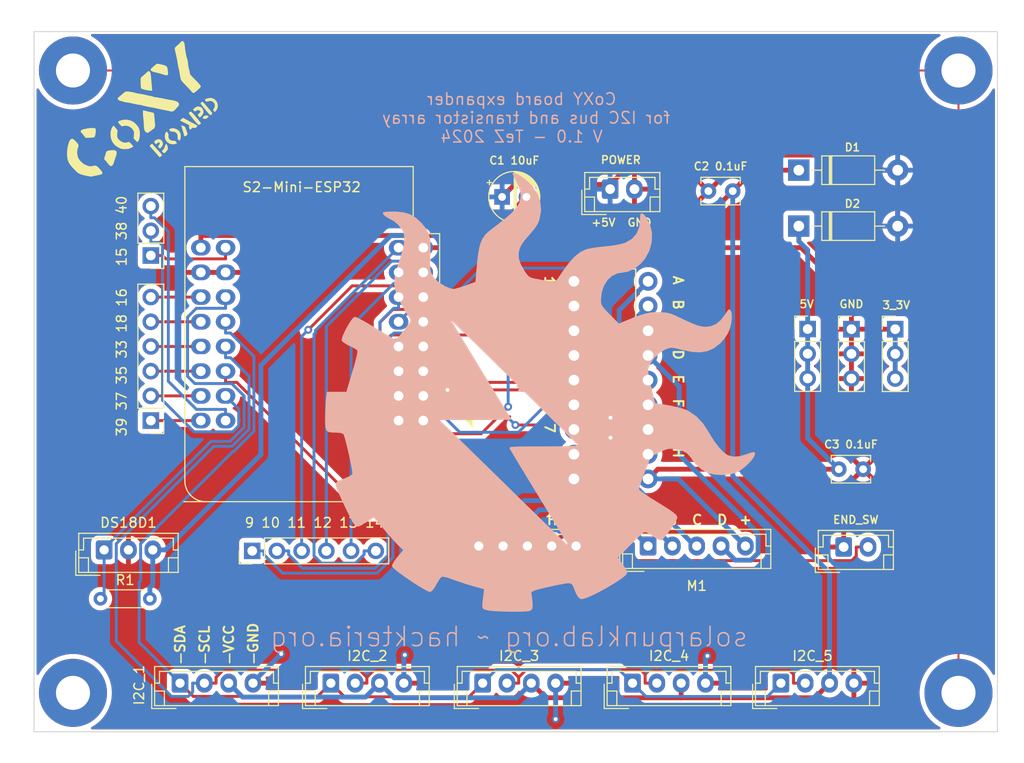
<source format=kicad_pcb>
(kicad_pcb (version 20221018) (generator pcbnew)
  (layers (0 "F.Cu" signal) (31 "B.Cu" signal) (34 "B.Paste" user) (35 "F.Paste" user) (36 "B.SilkS" user "B.Silkscreen") (37 "F.SilkS" user "F.Silkscreen") (38 "B.Mask" user) (39 "F.Mask" user) (44 "Edge.Cuts" user))
  (net 0 "")
  (net 1 "GND")
  (net 2 "VBUS1")
  (net 3 "+5V")
  (net 4 "VBUS2")
  (net 5 "ENDSW")
  (net 6 "SDA")
  (net 7 "SCL")
  (net 8 "DSPIN")
  (net 9 "VBUS3_3")
  (net 10 "IO39")
  (net 11 "IO37")
  (net 12 "IO35")
  (net 13 "IO33")
  (net 14 "IO18")
  (net 15 "IO16")
  (net 16 "IO9")
  (net 17 "IO10")
  (net 18 "IO11")
  (net 19 "IO12")
  (net 20 "IO13")
  (net 21 "IO14")
  (net 22 "IO15")
  (net 23 "IO38")
  (net 24 "IO40")
  (net 25 "ULNOUT1")
  (net 26 "ULNOUT2")
  (net 27 "ULNOUT3")
  (net 28 "ULNOUT4")
  (net 29 "ULNOUT5")
  (net 30 "ULNOUT6")
  (net 31 "ULNOUT7")
  (net 32 "ULNOUT8")
  (net 34 "IO3")
  (net 35 "IO5")
  (net 36 "IO7")
  (net 37 "IO1")
  (net 38 "IO2")
  (net 39 "IO4")
  (net 40 "IO6")
  (net 41 "IO8")
  (footprint "GRAPHIX:4pds" (layer "F.Cu") (at 104.3 60.8)
    (fp_text reference "4pad_1" hide)
    (fp_text value "LOGO" hide)
  )
  (footprint "Connector_PinHeader_2.54mm:PinHeader_1x03_P2.54mm_Vertical" (layer "F.Cu") (at 179.5 58.585)
    (fp_text reference "5V")
    (fp_text value "Conn_01x03_Socket")
  )
  (footprint "GRAPHIX:CoXY_board" (layer "F.Cu") (at 112.7 36.1)
    (fp_text reference "G***" hide)
    (fp_text value "LOGO" hide)
  )
  (footprint "Connector_PinHeader_2.54mm:PinHeader_1x03_P2.54mm_Vertical" (layer "F.Cu") (at 112 51.025 180)
    (fp_text reference "15 38 40")
    (fp_text value "Conn_01x03_Socket")
  )
  (footprint "Connector_JST:JST_EH_B4B-EH-A_1x04_P2.50mm_Vertical" (layer "F.Cu") (at 115 95)
    (fp_text reference "I2C_1")
    (fp_text value "Conn_01x04_Socket")
  )
  (footprint "GRAPHIX:hackteria-logo-mask" (layer "F.Cu") (at 160.703149 34.623976)
    (fp_text reference "HACKTERIA" hide)
    (fp_text value "LOGO" hide)
  )
  (footprint "GRAPHIX:ground-logo-mask" (layer "F.Cu") (at 183.1 85.4)
    (fp_text reference "Gnd4" hide)
    (fp_text value "LOGO" hide)
  )
  (footprint "GRAPHIX:spl-logo-mask" (layer "F.Cu") (at 137.7 34.8)
    (fp_text reference "SPL" hide)
    (fp_text value "LOGO" hide)
  )
  (footprint "GRAPHIX:4pds" (layer "F.Cu") (at 128.221127 85.478874 90)
    (fp_text reference "4pad_3" hide)
    (fp_text value "LOGO" hide)
  )
  (footprint "ULN2803A:ULN2803A" (layer "F.Cu") (at 159.29 62.57)
    (fp_text reference "U1")
    (fp_text value "ULN2803A")
  )
  (footprint "MountingHole:MountingHole_3.5mm_Pad" (layer "F.Cu") (at 195 32)
    (fp_text reference "H2" hide)
    (fp_text value "MountingHole")
  )
  (footprint "Connector_JST:JST_EH_B4B-EH-A_1x04_P2.50mm_Vertical" (layer "F.Cu") (at 176.75 95)
    (fp_text reference "I2C_5")
    (fp_text value "Conn_01x04_Socket")
  )
  (footprint "Capacitor_THT:CP_Radial_D5.0mm_P2.50mm" (layer "F.Cu") (at 148.1 45)
    (fp_text reference "C1 10uF")
    (fp_text value "C 10uF")
  )
  (footprint "Connector_PinHeader_2.54mm:PinHeader_1x03_P2.54mm_Vertical" (layer "F.Cu") (at 184 58.6)
    (fp_text reference "GND")
    (fp_text value "Conn_01x03_Socket")
  )
  (footprint "MountingHole:MountingHole_3.5mm_Pad" (layer "F.Cu") (at 104 96)
    (fp_text reference "H3" hide)
    (fp_text value "MountingHole")
  )
  (footprint "Capacitor_THT:C_Disc_D3.8mm_W2.6mm_P2.50mm" (layer "F.Cu") (at 169.3 44.4)
    (fp_text reference "C2 0.1uF")
    (fp_text value "C 01uF")
  )
  (footprint "MountingHole:MountingHole_3.5mm_Pad" (layer "F.Cu") (at 104 32)
    (fp_text reference "H1" hide)
    (fp_text value "MountingHole")
  )
  (footprint "Connector_JST:JST_EH_B4B-EH-A_1x04_P2.50mm_Vertical" (layer "F.Cu") (at 130.5 95)
    (fp_text reference "I2C_2")
    (fp_text value "Conn_01x04_Socket")
  )
  (footprint "Capacitor_THT:C_Disc_D3.8mm_W2.6mm_P2.50mm" (layer "F.Cu") (at 182.7 73)
    (fp_text reference "C3 0.1uF")
    (fp_text value "C 0.1uF")
  )
  (footprint "Connector_JST:JST_EH_B4B-EH-A_1x04_P2.50mm_Vertical" (layer "F.Cu") (at 161.5 95)
    (fp_text reference "I2C_4")
    (fp_text value "Conn_01x04_Socket")
  )
  (footprint "GRAPHIX:ground-logo-mask" (layer "F.Cu") (at 196.378874 60.728874 90)
    (fp_text reference "Gn2" hide)
    (fp_text value "LOGO" hide)
  )
  (footprint "Connector_JST:JST_EH_B5B-EH-A_1x05_P2.50mm_Vertical" (layer "F.Cu") (at 145.7 80.9)
    (fp_text reference "M2")
    (fp_text value "Conn_01x05_Socket")
  )
  (footprint "Diode_THT:D_DO-41_SOD81_P10.16mm_Horizontal" (layer "F.Cu") (at 178.59 48)
    (fp_text reference "D2")
    (fp_text value "1N4001")
  )
  (footprint "GRAPHIX:4pds" (layer "F.Cu") (at 194.878874 60.978874 180)
    (fp_text reference "4pad_2" hide)
    (fp_text value "LOGO" hide)
  )
  (footprint "Connector_JST:JST_EH_B5B-EH-A_1x05_P2.50mm_Vertical" (layer "F.Cu") (at 163.1 80.9)
    (fp_text reference "M1")
    (fp_text value "Conn_01x05_Socket")
  )
  (footprint "GRAPHIX:ground-logo-mask" (layer "F.Cu") (at 102.8 61.05 -90)
    (fp_text reference "Gn1" hide)
    (fp_text value "LOGO" hide)
  )
  (footprint "Connector_PinHeader_2.54mm:PinHeader_1x03_P2.54mm_Vertical" (layer "F.Cu") (at 188.5 58.6)
    (fp_text reference "3_3V")
    (fp_text value "Conn_01x03_Socket")
  )
  (footprint "Connector_PinHeader_2.54mm:PinHeader_1x06_P2.54mm_Vertical" (layer "F.Cu") (at 122.42 81.4 90)
    (fp_text reference "9 10 11 12 13 14")
    (fp_text value "Conn_01x06_Socket")
  )
  (footprint "GRAPHIX:osh-logo-mask" (layer "F.Cu") (at 149.203149 34.873976)
    (fp_text reference "OSH" hide)
    (fp_text value "LOGO" hide)
  )
  (footprint "Connector_PinHeader_2.54mm:PinHeader_1x06_P2.54mm_Vertical" (layer "F.Cu") (at 112 68 180)
    (fp_text reference "39 37 35 33 18 16")
    (fp_text value "Conn_01x06_Socket")
  )
  (footprint "MountingHole:MountingHole_3.5mm_Pad" (layer "F.Cu") (at 195 96)
    (fp_text reference "H4" hide)
    (fp_text value "MountingHole")
  )
  (footprint "Connector_JST:JST_EH_B2B-EH-A_1x02_P2.50mm_Vertical" (layer "F.Cu") (at 183.2 81)
    (fp_text reference "END_SW")
    (fp_text value "Conn_01x02_Socket")
  )
  (footprint "GRAPHIX:ground-logo-mask" (layer "F.Cu") (at 128.4 87.2)
    (fp_text reference "Gn3" hide)
    (fp_text value "LOGO" hide)
  )
  (footprint "Connector_JST:JST_EH_B3B-EH-A_1x03_P2.50mm_Vertical" (layer "F.Cu") (at 107.2 81.3)
    (fp_text reference "DS18D1")
    (fp_text value "Conn_01x03_Socket")
  )
  (footprint "Diode_THT:D_DO-41_SOD81_P10.16mm_Horizontal" (layer "F.Cu") (at 178.59 42.25)
    (fp_text reference "D1")
    (fp_text value "1N4001")
  )
  (footprint "Resistor_THT:R_Axial_DIN0204_L3.6mm_D1.6mm_P5.08mm_Horizontal" (layer "F.Cu") (at 106.82 86.32)
    (fp_text reference "R1")
    (fp_text value "4.7K")
  )
  (footprint "Connector_JST:JST_EH_B4B-EH-A_1x04_P2.50mm_Vertical" (layer "F.Cu") (at 146.1 95)
    (fp_text reference "I2C_3")
    (fp_text value "Conn_01x04_Socket")
  )
  (footprint "Connector_JST:JST_EH_B2B-EH-A_1x02_P2.50mm_Vertical" (layer "F.Cu") (at 159.2 44.2)
    (fp_text reference "POWER")
    (fp_text value "Conn_01x02_Socket")
  )
  (footprint "ESP32-LIBRARY:LOLIN Wemos S2 Mini" (layer "F.Cu") (at 140 68 180)
    (fp_text reference "S2-Mini-ESP32")
    (fp_text value "~")
  )
  (footprint "GRAPHIX:4pds" (layer "B.Cu") (at 150.1 31.1 90)
    (fp_text reference "4pad_2" hide)
    (fp_text value "LOGO" hide)
  )
  (footprint "GRAPHIX:SPL-Silk-45mm" (layer "B.Cu") (at 152 65.1 180)
    (fp_text reference "G***")
    (fp_text value "LOGO" hide)
  )
  (gr_line (start 115.1 92) (end 115.1 92.9) (stroke (width 0.15)) (layer "F.SilkS"))
  (gr_line (start 120.1 92) (end 120.1 92.9) (stroke (width 0.15)) (layer "F.SilkS"))
  (gr_line (start 122.6 92) (end 122.6 92.9) (stroke (width 0.15)) (layer "F.SilkS"))
  (gr_line (start 117.6 92) (end 117.6 92.9) (stroke (width 0.15)) (layer "F.SilkS"))
  (gr_rect (start 100 28) (end 199 100) (stroke (width 0.1)) (fill none) (layer "Edge.Cuts"))
  (gr_text "solarpunklab.org ~ hackteria.org" (at 148.8 91.4) (layer "B.SilkS") (effects (font (size 2 2)) (justify bottom mirror)))
  (gr_text "CoXY board expander\nfor I2C bus and transistor array \nV 1.0 - TeZ 2024" (at 150.1 39.5) (layer "B.SilkS") (effects (font (size 1.2 1.2)) (justify bottom mirror)))
  (gr_text "SCL" (at 118.1 92 90) (layer "F.SilkS") (effects (font (size 1 1) (thickness 0.2) bold) (justify left bottom)))
  (gr_text "E  F  G  H" (at 145.1 78.8) (layer "F.SilkS") (effects (font (size 1 1.02) (thickness 0.2) bold) (justify left bottom)))
  (gr_text "GND" (at 160.9 48.1) (layer "F.SilkS") (effects (font (size 0.8 0.8)) (justify left bottom)))
  (gr_text "VCC" (at 120.6 92 90) (layer "F.SilkS") (effects (font (size 1 1) (thickness 0.2) bold) (justify left bottom)))
  (gr_text "SDA" (at 115.6 92 90) (layer "F.SilkS") (effects (font (size 1 1) (thickness 0.2) bold) (justify left bottom)))
  (gr_text "1  2  3  4  5  6  7  8" (at 152.4 53 270) (layer "F.SilkS") (effects (font (size 1 1.02) (thickness 0.2) bold) (justify left bottom)))
  (gr_text "A  B  C  D " (at 162.5 78.8) (layer "F.SilkS") (effects (font (size 1 1.02) (thickness 0.2) bold) (justify left bottom)))
  (gr_text "+5V" (at 157.2 48.1) (layer "F.SilkS") (effects (font (size 0.8 0.8)) (justify left bottom)))
  (gr_text "+" (at 155.15 77.6 270) (layer "F.SilkS") (effects (font (size 1 1) (thickness 0.2) bold) (justify left bottom)))
  (gr_text "GND\n" (at 123.1 92 90) (layer "F.SilkS") (effects (font (size 1 1) (thickness 0.2) bold) (justify left bottom)))
  (gr_text "A  B  C  D  E  F  G  H" (at 165.6 53 270) (layer "F.SilkS") (effects (font (size 1 1.02) (thickness 0.2) bold) (justify left bottom)))
  (gr_text "+" (at 172.6 77.5 270) (layer "F.SilkS") (effects (font (size 1 1) (thickness 0.2) bold) (justify left bottom)))
  (dimension (type aligned) (layer "F.Cu") (pts (xy 104 32) (xy 195 32)) (height 0) (gr_text "91.0000 mm" (at 149.5 30.2) (layer "F.Cu") (effects (font (size 1.5 1.5) (thickness 0.3)))) (format (prefix "") (suffix "") (units 3) (units_format 1) (precision 4)) (style (thickness 0.2) (arrow_length 1.27) (text_position_mode 0) (extension_height 0.58642) (extension_offset 0.5) keep_text_aligned))
  (dimension (type aligned) (layer "F.Cu") (pts (xy 195 32) (xy 195 96)) (height 0) (gr_text "64.0000 mm" (at 193.2 64 90) (layer "F.Cu") (effects (font (size 1.5 1.5) (thickness 0.3)))) (format (prefix "") (suffix "") (units 3) (units_format 1) (precision 4)) (style (thickness 0.2) (arrow_length 1.27) (text_position_mode 0) (extension_height 0.58642) (extension_offset 0.5) keep_text_aligned))
  (via (at 169.2 92.2) (size 0.8) (drill 0.4) (layers "F.Cu" "B.Cu") (net 1))
  (via (at 125.4 92) (size 0.8) (drill 0.4) (layers "F.Cu" "B.Cu") (net 1))
  (via (at 153.6 98.7) (size 0.8) (drill 0.4) (layers "F.Cu" "B.Cu") (net 1))
  (via (at 138.1 92.1) (size 0.8) (drill 0.4) (layers "F.Cu" "B.Cu") (net 1))
  (segment (start 169 92.4) (end 169.2 92.2) (width 0.5) (layer "B.Cu") (net 1))
  (segment (start 138 95) (end 138 92.2) (width 0.5) (layer "B.Cu") (net 1))
  (segment (start 169 95) (end 169 92.4) (width 0.5) (layer "B.Cu") (net 1))
  (segment (start 122.5 95) (end 122.5 94.9) (width 0.5) (layer "B.Cu") (net 1))
  (segment (start 122.5 94.9) (end 125.4 92) (width 0.5) (layer "B.Cu") (net 1))
  (segment (start 153.6 95) (end 153.6 98.7) (width 0.5) (layer "B.Cu") (net 1))
  (segment (start 138 92.2) (end 138.1 92.1) (width 0.5) (layer "B.Cu") (net 1))
  (segment (start 117.14 50.22) (end 117.14 48.9681) (width 0.5) (layer "F.Cu") (net 2))
  (segment (start 180.2454 96.5046) (end 181.75 95) (width 0.5) (layer "F.Cu") (net 2))
  (segment (start 166.5 96.5046) (end 166.5 95) (width 0.5) (layer "F.Cu") (net 2))
  (segment (start 178.59 42.25) (end 173.95 42.25) (width 0.5) (layer "F.Cu") (net 2))
  (segment (start 167.2319 48.9681) (end 171.8 44.4) (width 0.5) (layer "F.Cu") (net 2))
  (segment (start 152.6046 96.5046) (end 166.5 96.5046) (width 0.5) (layer "F.Cu") (net 2))
  (segment (start 166.5 96.5046) (end 180.2454 96.5046) (width 0.5) (layer "F.Cu") (net 2))
  (segment (start 151.1 95) (end 152.6046 96.5046) (width 0.5) (layer "F.Cu") (net 2))
  (segment (start 173.95 42.25) (end 171.8 44.4) (width 0.5) (layer "F.Cu") (net 2))
  (segment (start 117.14 48.9681) (end 167.2319 48.9681) (width 0.5) (layer "F.Cu") (net 2))
  (segment (start 181.75 83.6509) (end 181.75 95) (width 0.5) (layer "B.Cu") (net 2))
  (segment (start 171.8 44.4) (end 171.8 73.7009) (width 0.5) (layer "B.Cu") (net 2))
  (segment (start 121.4341 96.4341) (end 120 95) (width 0.5) (layer "B.Cu") (net 2))
  (segment (start 171.8 73.7009) (end 181.75 83.6509) (width 0.5) (layer "B.Cu") (net 2))
  (segment (start 137.0046 96.5046) (end 135.5 95) (width 0.5) (layer "B.Cu") (net 2))
  (segment (start 151.1 95) (end 149.5954 96.5046) (width 0.5) (layer "B.Cu") (net 2))
  (segment (start 149.5954 96.5046) (end 137.0046 96.5046) (width 0.5) (layer "B.Cu") (net 2))
  (segment (start 134.0659 96.4341) (end 121.4341 96.4341) (width 0.5) (layer "B.Cu") (net 2))
  (segment (start 135.5 95) (end 134.0659 96.4341) (width 0.5) (layer "B.Cu") (net 2))
  (segment (start 149.3844 43.7156) (end 148.1 45) (width 0.5) (layer "F.Cu") (net 3))
  (segment (start 159.2 43.7156) (end 149.3844 43.7156) (width 0.5) (layer "F.Cu") (net 3))
  (segment (start 162.2175 40.6981) (end 185.6462 40.6981) (width 0.5) (layer "F.Cu") (net 3))
  (segment (start 188.75 42.25) (end 187.1981 42.25) (width 0.5) (layer "F.Cu") (net 3))
  (segment (start 185.6462 40.6981) (end 187.1981 42.25) (width 0.5) (layer "F.Cu") (net 3))
  (segment (start 159.2 44.2) (end 159.2 43.7156) (width 0.5) (layer "F.Cu") (net 3))
  (segment (start 159.2 43.7156) (end 162.2175 40.6981) (width 0.5) (layer "F.Cu") (net 3))
  (segment (start 188.75 48) (end 188.75 42.25) (width 0.5) (layer "B.Cu") (net 3))
  (segment (start 182.7 73) (end 164.1 73) (width 0.5) (layer "F.Cu") (net 4))
  (segment (start 171.6721 79.4721) (end 173.1 80.9) (width 0.5) (layer "F.Cu") (net 4))
  (segment (start 158.4298 79.4721) (end 171.6721 79.4721) (width 0.5) (layer "F.Cu") (net 4))
  (segment (start 155.7 80.9) (end 157.0019 80.9) (width 0.5) (layer "F.Cu") (net 4))
  (segment (start 157.0019 80.9) (end 158.4298 79.4721) (width 0.5) (layer "F.Cu") (net 4))
  (segment (start 164.1 73) (end 163.1 74) (width 0.5) (layer "F.Cu") (net 4))
  (segment (start 182.7 73) (end 179.5 69.8) (width 0.5) (layer "B.Cu") (net 4))
  (segment (start 179.5 63.665) (end 179.5 61.125) (width 0.5) (layer "B.Cu") (net 4))
  (segment (start 173.1 80.9) (end 166.2 74) (width 0.5) (layer "B.Cu") (net 4))
  (segment (start 179.5 61.125) (end 179.5 58.585) (width 0.5) (layer "B.Cu") (net 4))
  (segment (start 179.5 50.4619) (end 179.5 58.585) (width 0.5) (layer "B.Cu") (net 4))
  (segment (start 178.59 48) (end 178.59 49.5519) (width 0.5) (layer "B.Cu") (net 4))
  (segment (start 178.59 49.5519) (end 179.5 50.4619) (width 0.5) (layer "B.Cu") (net 4))
  (segment (start 179.5 69.8) (end 179.5 63.665) (width 0.5) (layer "B.Cu") (net 4))
  (segment (start 166.2 74) (end 163.1 74) (width 0.5) (layer "B.Cu") (net 4))
  (segment (start 119.68 64.0719) (end 120.8319 64.0719) (width 0.3) (layer "F.Cu") (net 5))
  (segment (start 134.4981 77.7381) (end 146.8928 77.7381) (width 0.3) (layer "F.Cu") (net 5))
  (segment (start 185.7 81) (end 184.4981 81) (width 0.3) (layer "F.Cu") (net 5))
  (segment (start 149.45 80.2953) (end 149.45 81.5022) (width 0.3) (layer "F.Cu") (net 5))
  (segment (start 184.0233 82.3998) (end 184.4981 81.925) (width 0.3) (layer "F.Cu") (net 5))
  (segment (start 150.3476 82.3998) (end 184.0233 82.3998) (width 0.3) (layer "F.Cu") (net 5))
  (segment (start 119.68 62.92) (end 119.68 64.0719) (width 0.3) (layer "F.Cu") (net 5))
  (segment (start 149.45 81.5022) (end 150.3476 82.3998) (width 0.3) (layer "F.Cu") (net 5))
  (segment (start 120.8319 64.0719) (end 134.4981 77.7381) (width 0.3) (layer "F.Cu") (net 5))
  (segment (start 146.8928 77.7381) (end 149.45 80.2953) (width 0.3) (layer "F.Cu") (net 5))
  (segment (start 184.4981 81.925) (end 184.4981 81) (width 0.3) (layer "F.Cu") (net 5))
  (segment (start 130.5 95) (end 129.1357 96.3643) (width 0.3) (layer "F.Cu") (net 6))
  (segment (start 116.3643 96.3643) (end 115 95) (width 0.3) (layer "F.Cu") (net 6))
  (segment (start 146.1 95) (end 144.696 96.404) (width 0.3) (layer "F.Cu") (net 6))
  (segment (start 131.904 96.404) (end 130.5 95) (width 0.3) (layer "F.Cu") (net 6))
  (segment (start 129.1357 96.3643) (end 116.3643 96.3643) (width 0.3) (layer "F.Cu") (net 6))
  (segment (start 144.696 96.404) (end 131.904 96.404) (width 0.3) (layer "F.Cu") (net 6))
  (segment (start 120.4672 71.1463) (end 120.5559 71.1463) (width 0.3) (layer "B.Cu") (net 6))
  (segment (start 175.3779 96.3721) (end 162.8721 96.3721) (width 0.3) (layer "B.Cu") (net 6))
  (segment (start 120.5559 71.1463) (end 122.5921 69.1101) (width 0.3) (layer "B.Cu") (net 6))
  (segment (start 160.1102 93.6102) (end 147.4898 93.6102) (width 0.3) (layer "B.Cu") (net 6))
  (segment (start 115 95) (end 110.801 90.801) (width 0.3) (layer "B.Cu") (net 6))
  (segment (start 162.8721 96.3721) (end 161.5 95) (width 0.3) (layer "B.Cu") (net 6))
  (segment (start 110.95 80.6635) (end 120.4672 71.1463) (width 0.3) (layer "B.Cu") (net 6))
  (segment (start 110.801 84.6213) (end 110.95 84.4723) (width 0.3) (layer "B.Cu") (net 6))
  (segment (start 110.95 84.4723) (end 110.95 80.6635) (width 0.3) (layer "B.Cu") (net 6))
  (segment (start 176.75 95) (end 175.3779 96.3721) (width 0.3) (layer "B.Cu") (net 6))
  (segment (start 147.4898 93.6102) (end 146.1 95) (width 0.3) (layer "B.Cu") (net 6))
  (segment (start 161.5 95) (end 160.1102 93.6102) (width 0.3) (layer "B.Cu") (net 6))
  (segment (start 120.184 58.9919) (end 119.68 58.9919) (width 0.3) (layer "B.Cu") (net 6))
  (segment (start 122.5921 69.1101) (end 122.5921 61.4) (width 0.3) (layer "B.Cu") (net 6))
  (segment (start 110.801 90.801) (end 110.801 84.6213) (width 0.3) (layer "B.Cu") (net 6))
  (segment (start 122.5921 61.4) (end 120.184 58.9919) (width 0.3) (layer "B.Cu") (net 6))
  (segment (start 119.68 57.84) (end 119.68 58.9919) (width 0.3) (layer "B.Cu") (net 6))
  (segment (start 164 95) (end 162.7981 95) (width 0.3) (layer "F.Cu") (net 7))
  (segment (start 149.8019 95) (end 149.8019 94.399) (width 0.3) (layer "F.Cu") (net 7))
  (segment (start 133 95) (end 134.2019 95) (width 0.3) (layer "F.Cu") (net 7))
  (segment (start 119.4394 93.6615) (end 133.4644 93.6615) (width 0.3) (layer "F.Cu") (net 7))
  (segment (start 177.6216 93.6721) (end 163.2135 93.6721) (width 0.3) (layer "F.Cu") (net 7))
  (segment (start 178.0481 95) (end 178.0481 94.0986) (width 0.3) (layer "F.Cu") (net 7))
  (segment (start 150.5837 93.6172) (end 162.3278 93.6172) (width 0.3) (layer "F.Cu") (net 7))
  (segment (start 163.2135 93.6721) (end 162.7981 94.0875) (width 0.3) (layer "F.Cu") (net 7))
  (segment (start 149.0644 93.6615) (end 149.8019 94.399) (width 0.3) (layer "F.Cu") (net 7))
  (segment (start 117.5 95) (end 118.7019 95) (width 0.3) (layer "F.Cu") (net 7))
  (segment (start 134.2019 95) (end 134.2019 94.399) (width 0.3) (layer "F.Cu") (net 7))
  (segment (start 149.8019 94.399) (end 150.5837 93.6172) (width 0.3) (layer "F.Cu") (net 7))
  (segment (start 134.2019 94.399) (end 134.9394 93.6615) (width 0.3) (layer "F.Cu") (net 7))
  (segment (start 178.0481 94.0986) (end 177.6216 93.6721) (width 0.3) (layer "F.Cu") (net 7))
  (segment (start 179.25 95) (end 178.0481 95) (width 0.3) (layer "F.Cu") (net 7))
  (segment (start 133.4644 93.6615) (end 134.2019 94.399) (width 0.3) (layer "F.Cu") (net 7))
  (segment (start 118.7019 94.399) (end 119.4394 93.6615) (width 0.3) (layer "F.Cu") (net 7))
  (segment (start 134.9394 93.6615) (end 149.0644 93.6615) (width 0.3) (layer "F.Cu") (net 7))
  (segment (start 162.7981 94.0875) (end 162.7981 95) (width 0.3) (layer "F.Cu") (net 7))
  (segment (start 148.6 95) (end 149.8019 95) (width 0.3) (layer "F.Cu") (net 7))
  (segment (start 118.7019 95) (end 118.7019 94.399) (width 0.3) (layer "F.Cu") (net 7))
  (segment (start 162.3278 93.6172) (end 162.7981 94.0875) (width 0.3) (layer "F.Cu") (net 7))
  (segment (start 117.5 95) (end 116.2981 95) (width 0.3) (layer "B.Cu") (net 7))
  (segment (start 122.0902 68.9023) (end 122.0902 63.4381) (width 0.3) (layer "B.Cu") (net 7))
  (segment (start 119.68 60.38) (end 119.68 61.5319) (width 0.3) (layer "B.Cu") (net 7))
  (segment (start 118.4734 70.6444) (end 120.3481 70.6444) (width 0.3) (layer "B.Cu") (net 7))
  (segment (start 116.2981 95) (end 116.2981 95.9125) (width 0.3) (layer "B.Cu") (net 7))
  (segment (start 122.0902 63.4381) (end 120.184 61.5319) (width 0.3) (layer "B.Cu") (net 7))
  (segment (start 108.4505 80.6673) (end 118.4734 70.6444) (width 0.3) (layer "B.Cu") (net 7))
  (segment (start 115.8446 96.366) (end 114.1391 96.366) (width 0.3) (layer "B.Cu") (net 7))
  (segment (start 120.3481 70.6444) (end 122.0902 68.9023) (width 0.3) (layer "B.Cu") (net 7))
  (segment (start 120.184 61.5319) (end 119.68 61.5319) (width 0.3) (layer "B.Cu") (net 7))
  (segment (start 116.2981 95.9125) (end 115.8446 96.366) (width 0.3) (layer "B.Cu") (net 7))
  (segment (start 108.4505 90.6774) (end 108.4505 80.6673) (width 0.3) (layer "B.Cu") (net 7))
  (segment (start 114.1391 96.366) (end 108.4505 90.6774) (width 0.3) (layer "B.Cu") (net 7))
  (segment (start 121.5883 68.6945) (end 121.5883 65.4703) (width 0.3) (layer "B.Cu") (net 8))
  (segment (start 107.2 81.3) (end 107.2 81.1357) (width 0.3) (layer "B.Cu") (net 8))
  (segment (start 107.2 81.1357) (end 118.1932 70.1425) (width 0.3) (layer "B.Cu") (net 8))
  (segment (start 121.5883 65.4703) (end 120.308 64.19) (width 0.3) (layer "B.Cu") (net 8))
  (segment (start 116.6786 56.4519) (end 119.68 56.4519) (width 0.3) (layer "B.Cu") (net 8))
  (segment (start 115.7754 57.3551) (end 116.6786 56.4519) (width 0.3) (layer "B.Cu") (net 8))
  (segment (start 115.7754 63.4477) (end 115.7754 57.3551) (width 0.3) (layer "B.Cu") (net 8))
  (segment (start 120.1403 70.1425) (end 121.5883 68.6945) (width 0.3) (layer "B.Cu") (net 8))
  (segment (start 106.82 86.32) (end 107.2 85.94) (width 0.3) (layer "B.Cu") (net 8))
  (segment (start 120.308 64.19) (end 116.5177 64.19) (width 0.3) (layer "B.Cu") (net 8))
  (segment (start 118.1932 70.1425) (end 120.1403 70.1425) (width 0.3) (layer "B.Cu") (net 8))
  (segment (start 116.5177 64.19) (end 115.7754 63.4477) (width 0.3) (layer "B.Cu") (net 8))
  (segment (start 107.2 85.94) (end 107.2 81.3) (width 0.3) (layer "B.Cu") (net 8))
  (segment (start 119.68 55.3) (end 119.68 56.4519) (width 0.3) (layer "B.Cu") (net 8))
  (segment (start 178.8181 50.22) (end 140 50.22) (width 0.5) (layer "F.Cu") (net 9))
  (segment (start 187.1981 58.6) (end 178.8181 50.22) (width 0.5) (layer "F.Cu") (net 9))
  (segment (start 188.5 58.6) (end 187.1981 58.6) (width 0.5) (layer "F.Cu") (net 9))
  (segment (start 123.3134 71.4885) (end 113.5019 81.3) (width 0.5) (layer "B.Cu") (net 9))
  (segment (start 140 48.9681) (end 136.6667 48.9681) (width 0.5) (layer "B.Cu") (net 9))
  (segment (start 112.2 84.8681) (end 112.2 81.3) (width 0.5) (layer "B.Cu") (net 9))
  (segment (start 111.9 85.1681) (end 112.2 84.8681) (width 0.5) (layer "B.Cu") (net 9))
  (segment (start 136.6667 48.9681) (end 123.3134 62.3214) (width 0.5) (layer "B.Cu") (net 9))
  (segment (start 188.5 61.14) (end 188.5 58.6) (width 0.5) (layer "B.Cu") (net 9))
  (segment (start 140 50.22) (end 140 48.9681) (width 0.5) (layer "B.Cu") (net 9))
  (segment (start 111.9 86.32) (end 111.9 85.1681) (width 0.5) (layer "B.Cu") (net 9))
  (segment (start 123.3134 62.3214) (end 123.3134 71.4885) (width 0.5) (layer "B.Cu") (net 9))
  (segment (start 188.5 63.68) (end 188.5 61.14) (width 0.5) (layer "B.Cu") (net 9))
  (segment (start 112.2 81.3) (end 113.5019 81.3) (width 0.5) (layer "B.Cu") (net 9))
  (segment (start 112 68) (end 117.14 68) (width 0.3) (layer "F.Cu") (net 10))
  (segment (start 112 65.46) (end 117.14 65.46) (width 0.3) (layer "F.Cu") (net 11))
  (segment (start 112 62.92) (end 117.14 62.92) (width 0.3) (layer "F.Cu") (net 12))
  (segment (start 112 60.38) (end 117.14 60.38) (width 0.3) (layer "F.Cu") (net 13))
  (segment (start 112 57.84) (end 117.14 57.84) (width 0.3) (layer "F.Cu") (net 14))
  (segment (start 112 55.3) (end 117.14 55.3) (width 0.3) (layer "F.Cu") (net 15))
  (segment (start 123.6219 81.7756) (end 123.6219 81.4) (width 0.3) (layer "B.Cu") (net 16))
  (segment (start 140 58.9919) (end 136.9955 58.9919) (width 0.3) (layer "B.Cu") (net 16))
  (segment (start 122.42 81.4) (end 123.6219 81.4) (width 0.3) (layer "B.Cu") (net 16))
  (segment (start 125.5381 83.6918) (end 123.6219 81.7756) (width 0.3) (layer "B.Cu") (net 16))
  (segment (start 135.2477 83.6918) (end 125.5381 83.6918) (width 0.3) (layer "B.Cu") (net 16))
  (segment (start 136.8741 69.2432) (end 136.8741 82.0654) (width 0.3) (layer "B.Cu") (net 16))
  (segment (start 136.0875 59.8999) (end 136.0875 68.4566) (width 0.3) (layer "B.Cu") (net 16))
  (segment (start 136.8741 82.0654) (end 135.2477 83.6918) (width 0.3) (layer "B.Cu") (net 16))
  (segment (start 136.0875 68.4566) (end 136.8741 69.2432) (width 0.3) (layer "B.Cu") (net 16))
  (segment (start 140 57.84) (end 140 58.9919) (width 0.3) (layer "B.Cu") (net 16))
  (segment (start 136.9955 58.9919) (end 136.0875 59.8999) (width 0.3) (layer "B.Cu") (net 16))
  (segment (start 126.1619 81.7736) (end 126.1619 81.4) (width 0.3) (layer "B.Cu") (net 17))
  (segment (start 137.46 56.4519) (end 136.956 56.4519) (width 0.3) (layer "B.Cu") (net 17))
  (segment (start 136.956 56.4519) (end 135.5335 57.8744) (width 0.3) (layer "B.Cu") (net 17))
  (segment (start 135.5335 57.8744) (end 135.5335 78.1263) (width 0.3) (layer "B.Cu") (net 17))
  (segment (start 124.96 81.4) (end 126.1619 81.4) (width 0.3) (layer "B.Cu") (net 17))
  (segment (start 136.3689 78.9617) (end 136.3689 81.8609) (width 0.3) (layer "B.Cu") (net 17))
  (segment (start 136.3689 81.8609) (end 135.0459 83.1839) (width 0.3) (layer "B.Cu") (net 17))
  (segment (start 135.0459 83.1839) (end 127.5722 83.1839) (width 0.3) (layer "B.Cu") (net 17))
  (segment (start 137.46 55.3) (end 137.46 56.4519) (width 0.3) (layer "B.Cu") (net 17))
  (segment (start 135.5335 78.1263) (end 136.3689 78.9617) (width 0.3) (layer "B.Cu") (net 17))
  (segment (start 127.5722 83.1839) (end 126.1619 81.7736) (width 0.3) (layer "B.Cu") (net 17))
  (segment (start 140 55.3) (end 140 54.1481) (width 0.3) (layer "F.Cu") (net 18))
  (segment (start 140 54.1481) (end 132.6914 54.1481) (width 0.3) (layer "F.Cu") (net 18))
  (segment (start 132.6914 54.1481) (end 128.1779 58.6616) (width 0.3) (layer "F.Cu") (net 18))
  (via (at 128.1779 58.6616) (size 0.8) (drill 0.4) (layers "F.Cu" "B.Cu") (net 18))
  (segment (start 128.1779 58.6616) (end 127.5 59.3395) (width 0.3) (layer "B.Cu") (net 18))
  (segment (start 127.5 59.3395) (end 127.5 81.4) (width 0.3) (layer "B.Cu") (net 18))
  (segment (start 140 52.76) (end 140 51.6081) (width 0.3) (layer "B.Cu") (net 19))
  (segment (start 130.04 81.4) (end 130.04 58.3129) (width 0.3) (layer "B.Cu") (net 19))
  (segment (start 130.04 58.3129) (end 136.7448 51.6081) (width 0.3) (layer "B.Cu") (net 19))
  (segment (start 136.7448 51.6081) (end 140 51.6081) (width 0.3) (layer "B.Cu") (net 19))
  (segment (start 132.58 81.4) (end 132.58 58.2857) (width 0.3) (layer "B.Cu") (net 20))
  (segment (start 136.9538 53.9119) (end 137.46 53.9119) (width 0.3) (layer "B.Cu") (net 20))
  (segment (start 132.58 58.2857) (end 136.9538 53.9119) (width 0.3) (layer "B.Cu") (net 20))
  (segment (start 137.46 52.76) (end 137.46 53.9119) (width 0.3) (layer "B.Cu") (net 20))
  (segment (start 128.77 59.1328) (end 128.9298 58.973) (width 0.3) (layer "B.Cu") (net 21))
  (segment (start 133.0352 82.6565) (end 129.5226 82.6565) (width 0.3) (layer "B.Cu") (net 21))
  (segment (start 133.9181 81.4) (end 133.9181 81.7736) (width 0.3) (layer "B.Cu") (net 21))
  (segment (start 137.4232 50.22) (end 137.46 50.22) (width 0.3) (layer "B.Cu") (net 21))
  (segment (start 128.9298 58.973) (end 128.9298 58.7134) (width 0.3) (layer "B.Cu") (net 21))
  (segment (start 128.9298 58.7134) (end 137.4232 50.22) (width 0.3) (layer "B.Cu") (net 21))
  (segment (start 129.5226 82.6565) (end 128.77 81.9039) (width 0.3) (layer "B.Cu") (net 21))
  (segment (start 135.12 81.4) (end 133.9181 81.4) (width 0.3) (layer "B.Cu") (net 21))
  (segment (start 133.9181 81.7736) (end 133.0352 82.6565) (width 0.3) (layer "B.Cu") (net 21))
  (segment (start 128.77 81.9039) (end 128.77 59.1328) (width 0.3) (layer "B.Cu") (net 21))
  (segment (start 113.2019 51.025) (end 113.5488 51.3719) (width 0.3) (layer "F.Cu") (net 22))
  (segment (start 119.68 50.22) (end 119.68 51.3719) (width 0.3) (layer "F.Cu") (net 22))
  (segment (start 112 51.025) (end 113.2019 51.025) (width 0.3) (layer "F.Cu") (net 22))
  (segment (start 113.5488 51.3719) (end 119.68 51.3719) (width 0.3) (layer "F.Cu") (net 22))
  (segment (start 116.4501 69.1584) (end 120.4147 69.1584) (width 0.3) (layer "B.Cu") (net 23))
  (segment (start 112.9015 49.6869) (end 113.2019 49.9873) (width 0.3) (layer "B.Cu") (net 23))
  (segment (start 112 49.6869) (end 112.9015 49.6869) (width 0.3) (layer "B.Cu") (net 23))
  (segment (start 121.0336 68.5395) (end 121.0336 66.8136) (width 0.3) (layer "B.Cu") (net 23))
  (segment (start 120.4147 69.1584) (end 121.0336 68.5395) (width 0.3) (layer "B.Cu") (net 23))
  (segment (start 112 48.485) (end 112 49.6869) (width 0.3) (layer "B.Cu") (net 23))
  (segment (start 113.2019 65.9102) (end 116.4501 69.1584) (width 0.3) (layer "B.Cu") (net 23))
  (segment (start 113.2019 49.9873) (end 113.2019 65.9102) (width 0.3) (layer "B.Cu") (net 23))
  (segment (start 121.0336 66.8136) (end 119.68 65.46) (width 0.3) (layer "B.Cu") (net 23))
  (segment (start 119.68 66.8481) (end 116.6855 66.8481) (width 0.3) (layer "B.Cu") (net 24))
  (segment (start 113.7993 63.9619) (end 113.7993 48.5726) (width 0.3) (layer "B.Cu") (net 24))
  (segment (start 112.3736 47.1469) (end 112 47.1469) (width 0.3) (layer "B.Cu") (net 24))
  (segment (start 119.68 68) (end 119.68 66.8481) (width 0.3) (layer "B.Cu") (net 24))
  (segment (start 112 45.945) (end 112 47.1469) (width 0.3) (layer "B.Cu") (net 24))
  (segment (start 116.6855 66.8481) (end 113.7993 63.9619) (width 0.3) (layer "B.Cu") (net 24))
  (segment (start 113.7993 48.5726) (end 112.3736 47.1469) (width 0.3) (layer "B.Cu") (net 24))
  (segment (start 163.1 80.9) (end 160.1292 77.9292) (width 0.5) (layer "B.Cu") (net 25))
  (segment (start 160.1292 77.9292) (end 160.1292 56.6508) (width 0.5) (layer "B.Cu") (net 25))
  (segment (start 160.1292 56.6508) (end 163.1 53.68) (width 0.5) (layer "B.Cu") (net 25))
  (segment (start 165.6 80.9) (end 160.8845 76.1845) (width 0.5) (layer "B.Cu") (net 26))
  (segment (start 160.8845 58.4355) (end 163.1 56.22) (width 0.5) (layer "B.Cu") (net 26))
  (segment (start 160.8845 76.1845) (end 160.8845 58.4355) (width 0.5) (layer "B.Cu") (net 26))
  (segment (start 168.1 80.9) (end 167.9245 80.9) (width 0.5) (layer "B.Cu") (net 27))
  (segment (start 161.6398 60.2202) (end 163.1 58.76) (width 0.5) (layer "B.Cu") (net 27))
  (segment (start 161.6398 74.6153) (end 161.6398 60.2202) (width 0.5) (layer "B.Cu") (net 27))
  (segment (start 167.9245 80.9) (end 161.6398 74.6153) (width 0.5) (layer "B.Cu") (net 27))
  (segment (start 174.4093 81.613) (end 174.4093 79.61) (width 0.5) (layer "B.Cu") (net 28))
  (segment (start 174.4093 79.61) (end 166.2943 71.495) (width 0.5) (layer "B.Cu") (net 28))
  (segment (start 173.6685 82.3538) (end 174.4093 81.613) (width 0.5) (layer "B.Cu") (net 28))
  (segment (start 172.0538 82.3538) (end 173.6685 82.3538) (width 0.5) (layer "B.Cu") (net 28))
  (segment (start 170.6 80.9) (end 172.0538 82.3538) (width 0.5) (layer "B.Cu") (net 28))
  (segment (start 166.2943 71.495) (end 166.2943 64.4943) (width 0.5) (layer "B.Cu") (net 28))
  (segment (start 166.2943 64.4943) (end 163.1 61.3) (width 0.5) (layer "B.Cu") (net 28))
  (segment (start 159.2402 67.6998) (end 163.1 63.84) (width 0.5) (layer "F.Cu") (net 29))
  (via (at 159.2402 67.6998) (size 0.8) (drill 0.4) (layers "F.Cu" "B.Cu") (net 29))
  (segment (start 150.3746 76.2254) (end 155.2908 76.2254) (width 0.5) (layer "B.Cu") (net 29))
  (segment (start 155.2908 76.2254) (end 157.9326 73.5836) (width 0.5) (layer "B.Cu") (net 29))
  (segment (start 145.7 80.9) (end 150.3746 76.2254) (width 0.5) (layer "B.Cu") (net 29))
  (segment (start 157.9326 73.5836) (end 157.9326 69.0074) (width 0.5) (layer "B.Cu") (net 29))
  (segment (start 157.9326 69.0074) (end 159.2402 67.6998) (width 0.5) (layer "B.Cu") (net 29))
  (segment (start 162.6179 66.38) (end 163.1 66.38) (width 0.5) (layer "F.Cu") (net 30))
  (segment (start 159.2402 69.7577) (end 162.6179 66.38) (width 0.5) (layer "F.Cu") (net 30))
  (via (at 159.2402 69.7577) (size 0.8) (drill 0.4) (layers "F.Cu" "B.Cu") (net 30))
  (segment (start 148.2 80.9) (end 151.9252 77.1748) (width 0.5) (layer "B.Cu") (net 30))
  (segment (start 151.9252 77.1748) (end 155.3341 77.1748) (width 0.5) (layer "B.Cu") (net 30))
  (segment (start 159.2402 73.2687) (end 159.2402 69.7577) (width 0.5) (layer "B.Cu") (net 30))
  (segment (start 155.3341 77.1748) (end 159.2402 73.2687) (width 0.5) (layer "B.Cu") (net 30))
  (segment (start 150.7 80.9) (end 162.68 68.92) (width 0.5) (layer "F.Cu") (net 31))
  (segment (start 162.68 68.92) (end 163.1 68.92) (width 0.5) (layer "F.Cu") (net 31))
  (segment (start 162.64 71.46) (end 163.1 71.46) (width 0.5) (layer "F.Cu") (net 32))
  (segment (start 153.2 80.9) (end 162.64 71.46) (width 0.5) (layer "F.Cu") (net 32))
  (segment (start 141.1519 66.6119) (end 143.7429 69.2029) (width 0.3) (layer "B.Cu") (net 34))
  (segment (start 143.7429 69.2029) (end 149.772 69.2029) (width 0.3) (layer "B.Cu") (net 34))
  (segment (start 149.772 69.2029) (end 152.5813 66.3936) (width 0.3) (layer "B.Cu") (net 34))
  (segment (start 152.5813 61.6587) (end 155.48 58.76) (width 0.3) (layer "B.Cu") (net 34))
  (segment (start 152.5813 66.3936) (end 152.5813 61.6587) (width 0.3) (layer "B.Cu") (net 34))
  (segment (start 140 65.46) (end 140 66.6119) (width 0.3) (layer "B.Cu") (net 34))
  (segment (start 140 66.6119) (end 141.1519 66.6119) (width 0.3) (layer "B.Cu") (net 34))
  (segment (start 155.2481 64.0719) (end 140 64.0719) (width 0.3) (layer "F.Cu") (net 35))
  (segment (start 140 62.92) (end 140 64.0719) (width 0.3) (layer "F.Cu") (net 35))
  (segment (start 155.48 63.84) (end 155.2481 64.0719) (width 0.3) (layer "F.Cu") (net 35))
  (segment (start 155.0109 68.4509) (end 149.4605 68.4509) (width 0.3) (layer "F.Cu") (net 36))
  (segment (start 155.48 68.92) (end 155.0109 68.4509) (width 0.3) (layer "F.Cu") (net 36))
  (via (at 149.4605 68.4509) (size 0.8) (drill 0.4) (layers "F.Cu" "B.Cu") (net 36))
  (segment (start 140 60.38) (end 141.3896 60.38) (width 0.3) (layer "B.Cu") (net 36))
  (segment (start 141.3896 60.38) (end 149.4605 68.4509) (width 0.3) (layer "B.Cu") (net 36))
  (segment (start 137.66 69.3519) (end 145.9486 69.3519) (width 0.3) (layer "F.Cu") (net 37))
  (segment (start 137.46 69.1519) (end 137.66 69.3519) (width 0.3) (layer "F.Cu") (net 37))
  (segment (start 145.9486 69.3519) (end 148.7223 66.5782) (width 0.3) (layer "F.Cu") (net 37))
  (segment (start 137.46 68) (end 137.46 69.1519) (width 0.3) (layer "F.Cu") (net 37))
  (via (at 148.7223 66.5782) (size 0.8) (drill 0.4) (layers "F.Cu" "B.Cu") (net 37))
  (segment (start 148.7223 60.4377) (end 148.7223 66.5782) (width 0.3) (layer "B.Cu") (net 37))
  (segment (start 155.48 53.68) (end 148.7223 60.4377) (width 0.3) (layer "B.Cu") (net 37))
  (segment (start 135.5609 62.913) (end 135.5609 57.8903) (width 0.3) (layer "F.Cu") (net 38))
  (segment (start 137.46 65.46) (end 137.46 64.3081) (width 0.3) (layer "F.Cu") (net 38))
  (segment (start 136.956 64.3081) (end 135.5609 62.913) (width 0.3) (layer "F.Cu") (net 38))
  (segment (start 135.5609 57.8903) (end 136.8812 56.57) (width 0.3) (layer "F.Cu") (net 38))
  (segment (start 155.13 56.57) (end 155.48 56.22) (width 0.3) (layer "F.Cu") (net 38))
  (segment (start 136.8812 56.57) (end 155.13 56.57) (width 0.3) (layer "F.Cu") (net 38))
  (segment (start 137.46 64.3081) (end 136.956 64.3081) (width 0.3) (layer "F.Cu") (net 38))
  (segment (start 136.0912 61.5512) (end 136.0912 59.8187) (width 0.3) (layer "F.Cu") (net 39))
  (segment (start 136.7113 59.1986) (end 153.3786 59.1986) (width 0.3) (layer "F.Cu") (net 39))
  (segment (start 136.0912 59.8187) (end 136.7113 59.1986) (width 0.3) (layer "F.Cu") (net 39))
  (segment (start 137.46 62.92) (end 136.0912 61.5512) (width 0.3) (layer "F.Cu") (net 39))
  (segment (start 153.3786 59.1986) (end 155.48 61.3) (width 0.3) (layer "F.Cu") (net 39))
  (segment (start 153.9462 64.8462) (end 142.4887 64.8462) (width 0.3) (layer "F.Cu") (net 40))
  (segment (start 155.48 66.38) (end 153.9462 64.8462) (width 0.3) (layer "F.Cu") (net 40))
  (via (at 142.4887 64.8462) (size 0.8) (drill 0.4) (layers "F.Cu" "B.Cu") (net 40))
  (segment (start 142.4886 63.5655) (end 142.4886 64.8462) (width 0.3) (layer "B.Cu") (net 40))
  (segment (start 137.46 60.38) (end 137.46 61.5319) (width 0.3) (layer "B.Cu") (net 40))
  (segment (start 142.4886 64.8462) (end 142.4887 64.8462) (width 0.3) (layer "B.Cu") (net 40))
  (segment (start 140.455 61.5319) (end 142.4886 63.5655) (width 0.3) (layer "B.Cu") (net 40))
  (segment (start 137.46 61.5319) (end 140.455 61.5319) (width 0.3) (layer "B.Cu") (net 40))
  (segment (start 156.7971 70.1429) (end 156.7971 53.078) (width 0.3) (layer "B.Cu") (net 41))
  (segment (start 156.0431 52.324) (end 145.9856 52.324) (width 0.3) (layer "B.Cu") (net 41))
  (segment (start 156.7971 53.078) (end 156.0431 52.324) (width 0.3) (layer "B.Cu") (net 41))
  (segment (start 145.9856 52.324) (end 141.7396 56.57) (width 0.3) (layer "B.Cu") (net 41))
  (segment (start 141.7396 56.57) (end 138.73 56.57) (width 0.3) (layer "B.Cu") (net 41))
  (segment (start 138.73 56.57) (end 137.46 57.84) (width 0.3) (layer "B.Cu") (net 41))
  (segment (start 155.48 71.46) (end 156.7971 70.1429) (width 0.3) (layer "B.Cu") (net 41))
  (zone (net 1) (net_name "GND") (layer "F.Cu") (connect_pads (clearance 0.5)) (min_thickness 0.25) (fill yes (thermal_gap 0.5) (thermal_bridge_width 0.5))
    (polygon (pts (xy 97.25 25.25) (xy 201 25.25) (xy 201.25 103) (xy 96.5 102) (xy 96.75 25.5)))
  )
  (zone (net 3) (net_name "+5V") (layer "B.Cu") (priority 1) (connect_pads (clearance 0.5)) (min_thickness 0.25) (fill yes (thermal_gap 0.5) (thermal_bridge_width 0.5))
    (polygon (pts (xy 98.25 24.75) (xy 201.5 25.25) (xy 201.75 103.25) (xy 97.25 102.25) (xy 98.5 24.75)))
  )
)
</source>
